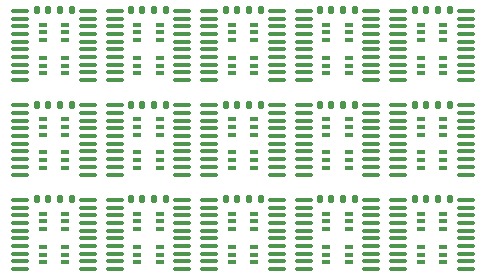
<source format=gbr>
%TF.GenerationSoftware,KiCad,Pcbnew,6.99.0-76368af7*%
%TF.CreationDate,2022-01-11T12:03:39+01:00*%
%TF.ProjectId,hc245t_bypass_esd-panel,68633234-3574-45f6-9279-706173735f65,rev?*%
%TF.SameCoordinates,Original*%
%TF.FileFunction,Soldermask,Top*%
%TF.FilePolarity,Negative*%
%FSLAX46Y46*%
G04 Gerber Fmt 4.6, Leading zero omitted, Abs format (unit mm)*
G04 Created by KiCad (PCBNEW 6.99.0-76368af7) date 2022-01-11 12:03:39*
%MOMM*%
%LPD*%
G01*
G04 APERTURE LIST*
G04 Aperture macros list*
%AMRoundRect*
0 Rectangle with rounded corners*
0 $1 Rounding radius*
0 $2 $3 $4 $5 $6 $7 $8 $9 X,Y pos of 4 corners*
0 Add a 4 corners polygon primitive as box body*
4,1,4,$2,$3,$4,$5,$6,$7,$8,$9,$2,$3,0*
0 Add four circle primitives for the rounded corners*
1,1,$1+$1,$2,$3*
1,1,$1+$1,$4,$5*
1,1,$1+$1,$6,$7*
1,1,$1+$1,$8,$9*
0 Add four rect primitives between the rounded corners*
20,1,$1+$1,$2,$3,$4,$5,0*
20,1,$1+$1,$4,$5,$6,$7,0*
20,1,$1+$1,$6,$7,$8,$9,0*
20,1,$1+$1,$8,$9,$2,$3,0*%
G04 Aperture macros list end*
%ADD10RoundRect,0.140000X0.140000X0.170000X-0.140000X0.170000X-0.140000X-0.170000X0.140000X-0.170000X0*%
%ADD11RoundRect,0.135000X-0.135000X-0.185000X0.135000X-0.185000X0.135000X0.185000X-0.135000X0.185000X0*%
%ADD12RoundRect,0.100000X-0.637500X-0.100000X0.637500X-0.100000X0.637500X0.100000X-0.637500X0.100000X0*%
%ADD13R,0.650000X0.400000*%
G04 APERTURE END LIST*
D10*
%TO.C,C1*%
X138480000Y-104000000D03*
X137520000Y-104000000D03*
%TD*%
D11*
%TO.C,R1*%
X163490000Y-120000000D03*
X164510000Y-120000000D03*
%TD*%
D12*
%TO.C,J1*%
X136137500Y-112075000D03*
X136137500Y-112725000D03*
X136137500Y-113375000D03*
X136137500Y-114025000D03*
X136137500Y-114675000D03*
X136137500Y-115325000D03*
X136137500Y-115975000D03*
X136137500Y-116625000D03*
X136137500Y-117275000D03*
X136137500Y-117925000D03*
X141862500Y-117925000D03*
X141862500Y-117275000D03*
X141862500Y-116625000D03*
X141862500Y-115975000D03*
X141862500Y-115325000D03*
X141862500Y-114675000D03*
X141862500Y-114025000D03*
X141862500Y-113375000D03*
X141862500Y-112725000D03*
X141862500Y-112075000D03*
%TD*%
%TO.C,J1*%
X152137500Y-120075000D03*
X152137500Y-120725000D03*
X152137500Y-121375000D03*
X152137500Y-122025000D03*
X152137500Y-122675000D03*
X152137500Y-123325000D03*
X152137500Y-123975000D03*
X152137500Y-124625000D03*
X152137500Y-125275000D03*
X152137500Y-125925000D03*
X157862500Y-125925000D03*
X157862500Y-125275000D03*
X157862500Y-124625000D03*
X157862500Y-123975000D03*
X157862500Y-123325000D03*
X157862500Y-122675000D03*
X157862500Y-122025000D03*
X157862500Y-121375000D03*
X157862500Y-120725000D03*
X157862500Y-120075000D03*
%TD*%
D13*
%TO.C,U1*%
X162050000Y-121250000D03*
X162050000Y-121900000D03*
X162050000Y-122550000D03*
X163950000Y-122550000D03*
X163950000Y-121900000D03*
X163950000Y-121250000D03*
%TD*%
%TO.C,U2*%
X130050000Y-124050000D03*
X130050000Y-124700000D03*
X130050000Y-125350000D03*
X131950000Y-125350000D03*
X131950000Y-124700000D03*
X131950000Y-124050000D03*
%TD*%
D10*
%TO.C,C1*%
X138480000Y-120000000D03*
X137520000Y-120000000D03*
%TD*%
D13*
%TO.C,U1*%
X154050000Y-113250000D03*
X154050000Y-113900000D03*
X154050000Y-114550000D03*
X155950000Y-114550000D03*
X155950000Y-113900000D03*
X155950000Y-113250000D03*
%TD*%
D11*
%TO.C,R1*%
X163490000Y-112000000D03*
X164510000Y-112000000D03*
%TD*%
D10*
%TO.C,C1*%
X138480000Y-112000000D03*
X137520000Y-112000000D03*
%TD*%
D13*
%TO.C,U2*%
X146050000Y-116050000D03*
X146050000Y-116700000D03*
X146050000Y-117350000D03*
X147950000Y-117350000D03*
X147950000Y-116700000D03*
X147950000Y-116050000D03*
%TD*%
D12*
%TO.C,J1*%
X128137500Y-104075000D03*
X128137500Y-104725000D03*
X128137500Y-105375000D03*
X128137500Y-106025000D03*
X128137500Y-106675000D03*
X128137500Y-107325000D03*
X128137500Y-107975000D03*
X128137500Y-108625000D03*
X128137500Y-109275000D03*
X128137500Y-109925000D03*
X133862500Y-109925000D03*
X133862500Y-109275000D03*
X133862500Y-108625000D03*
X133862500Y-107975000D03*
X133862500Y-107325000D03*
X133862500Y-106675000D03*
X133862500Y-106025000D03*
X133862500Y-105375000D03*
X133862500Y-104725000D03*
X133862500Y-104075000D03*
%TD*%
%TO.C,J1*%
X152137500Y-112075000D03*
X152137500Y-112725000D03*
X152137500Y-113375000D03*
X152137500Y-114025000D03*
X152137500Y-114675000D03*
X152137500Y-115325000D03*
X152137500Y-115975000D03*
X152137500Y-116625000D03*
X152137500Y-117275000D03*
X152137500Y-117925000D03*
X157862500Y-117925000D03*
X157862500Y-117275000D03*
X157862500Y-116625000D03*
X157862500Y-115975000D03*
X157862500Y-115325000D03*
X157862500Y-114675000D03*
X157862500Y-114025000D03*
X157862500Y-113375000D03*
X157862500Y-112725000D03*
X157862500Y-112075000D03*
%TD*%
D13*
%TO.C,U1*%
X154050000Y-105250000D03*
X154050000Y-105900000D03*
X154050000Y-106550000D03*
X155950000Y-106550000D03*
X155950000Y-105900000D03*
X155950000Y-105250000D03*
%TD*%
%TO.C,U1*%
X130050000Y-113250000D03*
X130050000Y-113900000D03*
X130050000Y-114550000D03*
X131950000Y-114550000D03*
X131950000Y-113900000D03*
X131950000Y-113250000D03*
%TD*%
D11*
%TO.C,R1*%
X147490000Y-120000000D03*
X148510000Y-120000000D03*
%TD*%
%TO.C,R1*%
X163490000Y-104000000D03*
X164510000Y-104000000D03*
%TD*%
D10*
%TO.C,C1*%
X162480000Y-120000000D03*
X161520000Y-120000000D03*
%TD*%
D13*
%TO.C,U1*%
X154050000Y-121250000D03*
X154050000Y-121900000D03*
X154050000Y-122550000D03*
X155950000Y-122550000D03*
X155950000Y-121900000D03*
X155950000Y-121250000D03*
%TD*%
D12*
%TO.C,J1*%
X152137500Y-104075000D03*
X152137500Y-104725000D03*
X152137500Y-105375000D03*
X152137500Y-106025000D03*
X152137500Y-106675000D03*
X152137500Y-107325000D03*
X152137500Y-107975000D03*
X152137500Y-108625000D03*
X152137500Y-109275000D03*
X152137500Y-109925000D03*
X157862500Y-109925000D03*
X157862500Y-109275000D03*
X157862500Y-108625000D03*
X157862500Y-107975000D03*
X157862500Y-107325000D03*
X157862500Y-106675000D03*
X157862500Y-106025000D03*
X157862500Y-105375000D03*
X157862500Y-104725000D03*
X157862500Y-104075000D03*
%TD*%
D13*
%TO.C,U2*%
X138050000Y-116050000D03*
X138050000Y-116700000D03*
X138050000Y-117350000D03*
X139950000Y-117350000D03*
X139950000Y-116700000D03*
X139950000Y-116050000D03*
%TD*%
D11*
%TO.C,R1*%
X139490000Y-112000000D03*
X140510000Y-112000000D03*
%TD*%
D13*
%TO.C,U1*%
X146050000Y-113250000D03*
X146050000Y-113900000D03*
X146050000Y-114550000D03*
X147950000Y-114550000D03*
X147950000Y-113900000D03*
X147950000Y-113250000D03*
%TD*%
D11*
%TO.C,R1*%
X131490000Y-120000000D03*
X132510000Y-120000000D03*
%TD*%
D13*
%TO.C,U1*%
X138050000Y-113250000D03*
X138050000Y-113900000D03*
X138050000Y-114550000D03*
X139950000Y-114550000D03*
X139950000Y-113900000D03*
X139950000Y-113250000D03*
%TD*%
%TO.C,U2*%
X154050000Y-116050000D03*
X154050000Y-116700000D03*
X154050000Y-117350000D03*
X155950000Y-117350000D03*
X155950000Y-116700000D03*
X155950000Y-116050000D03*
%TD*%
D10*
%TO.C,C1*%
X146480000Y-120000000D03*
X145520000Y-120000000D03*
%TD*%
D11*
%TO.C,R1*%
X147490000Y-112000000D03*
X148510000Y-112000000D03*
%TD*%
D10*
%TO.C,C1*%
X146480000Y-112000000D03*
X145520000Y-112000000D03*
%TD*%
%TO.C,C1*%
X154480000Y-112000000D03*
X153520000Y-112000000D03*
%TD*%
D13*
%TO.C,U2*%
X154050000Y-108050000D03*
X154050000Y-108700000D03*
X154050000Y-109350000D03*
X155950000Y-109350000D03*
X155950000Y-108700000D03*
X155950000Y-108050000D03*
%TD*%
D10*
%TO.C,C1*%
X130480000Y-112000000D03*
X129520000Y-112000000D03*
%TD*%
%TO.C,C1*%
X130480000Y-104000000D03*
X129520000Y-104000000D03*
%TD*%
D13*
%TO.C,U1*%
X162050000Y-113250000D03*
X162050000Y-113900000D03*
X162050000Y-114550000D03*
X163950000Y-114550000D03*
X163950000Y-113900000D03*
X163950000Y-113250000D03*
%TD*%
D12*
%TO.C,J1*%
X160137500Y-104075000D03*
X160137500Y-104725000D03*
X160137500Y-105375000D03*
X160137500Y-106025000D03*
X160137500Y-106675000D03*
X160137500Y-107325000D03*
X160137500Y-107975000D03*
X160137500Y-108625000D03*
X160137500Y-109275000D03*
X160137500Y-109925000D03*
X165862500Y-109925000D03*
X165862500Y-109275000D03*
X165862500Y-108625000D03*
X165862500Y-107975000D03*
X165862500Y-107325000D03*
X165862500Y-106675000D03*
X165862500Y-106025000D03*
X165862500Y-105375000D03*
X165862500Y-104725000D03*
X165862500Y-104075000D03*
%TD*%
D10*
%TO.C,C1*%
X146480000Y-104000000D03*
X145520000Y-104000000D03*
%TD*%
D13*
%TO.C,U1*%
X130050000Y-105250000D03*
X130050000Y-105900000D03*
X130050000Y-106550000D03*
X131950000Y-106550000D03*
X131950000Y-105900000D03*
X131950000Y-105250000D03*
%TD*%
D12*
%TO.C,J1*%
X144137500Y-120075000D03*
X144137500Y-120725000D03*
X144137500Y-121375000D03*
X144137500Y-122025000D03*
X144137500Y-122675000D03*
X144137500Y-123325000D03*
X144137500Y-123975000D03*
X144137500Y-124625000D03*
X144137500Y-125275000D03*
X144137500Y-125925000D03*
X149862500Y-125925000D03*
X149862500Y-125275000D03*
X149862500Y-124625000D03*
X149862500Y-123975000D03*
X149862500Y-123325000D03*
X149862500Y-122675000D03*
X149862500Y-122025000D03*
X149862500Y-121375000D03*
X149862500Y-120725000D03*
X149862500Y-120075000D03*
%TD*%
D13*
%TO.C,U1*%
X146050000Y-105250000D03*
X146050000Y-105900000D03*
X146050000Y-106550000D03*
X147950000Y-106550000D03*
X147950000Y-105900000D03*
X147950000Y-105250000D03*
%TD*%
D11*
%TO.C,R1*%
X155490000Y-104000000D03*
X156510000Y-104000000D03*
%TD*%
D13*
%TO.C,U2*%
X146050000Y-124050000D03*
X146050000Y-124700000D03*
X146050000Y-125350000D03*
X147950000Y-125350000D03*
X147950000Y-124700000D03*
X147950000Y-124050000D03*
%TD*%
%TO.C,U1*%
X130050000Y-121250000D03*
X130050000Y-121900000D03*
X130050000Y-122550000D03*
X131950000Y-122550000D03*
X131950000Y-121900000D03*
X131950000Y-121250000D03*
%TD*%
D10*
%TO.C,C1*%
X154480000Y-104000000D03*
X153520000Y-104000000D03*
%TD*%
D13*
%TO.C,U2*%
X146050000Y-108050000D03*
X146050000Y-108700000D03*
X146050000Y-109350000D03*
X147950000Y-109350000D03*
X147950000Y-108700000D03*
X147950000Y-108050000D03*
%TD*%
D12*
%TO.C,J1*%
X144137500Y-112075000D03*
X144137500Y-112725000D03*
X144137500Y-113375000D03*
X144137500Y-114025000D03*
X144137500Y-114675000D03*
X144137500Y-115325000D03*
X144137500Y-115975000D03*
X144137500Y-116625000D03*
X144137500Y-117275000D03*
X144137500Y-117925000D03*
X149862500Y-117925000D03*
X149862500Y-117275000D03*
X149862500Y-116625000D03*
X149862500Y-115975000D03*
X149862500Y-115325000D03*
X149862500Y-114675000D03*
X149862500Y-114025000D03*
X149862500Y-113375000D03*
X149862500Y-112725000D03*
X149862500Y-112075000D03*
%TD*%
D10*
%TO.C,C1*%
X154480000Y-120000000D03*
X153520000Y-120000000D03*
%TD*%
D12*
%TO.C,J1*%
X128137500Y-112075000D03*
X128137500Y-112725000D03*
X128137500Y-113375000D03*
X128137500Y-114025000D03*
X128137500Y-114675000D03*
X128137500Y-115325000D03*
X128137500Y-115975000D03*
X128137500Y-116625000D03*
X128137500Y-117275000D03*
X128137500Y-117925000D03*
X133862500Y-117925000D03*
X133862500Y-117275000D03*
X133862500Y-116625000D03*
X133862500Y-115975000D03*
X133862500Y-115325000D03*
X133862500Y-114675000D03*
X133862500Y-114025000D03*
X133862500Y-113375000D03*
X133862500Y-112725000D03*
X133862500Y-112075000D03*
%TD*%
%TO.C,J1*%
X160137500Y-112075000D03*
X160137500Y-112725000D03*
X160137500Y-113375000D03*
X160137500Y-114025000D03*
X160137500Y-114675000D03*
X160137500Y-115325000D03*
X160137500Y-115975000D03*
X160137500Y-116625000D03*
X160137500Y-117275000D03*
X160137500Y-117925000D03*
X165862500Y-117925000D03*
X165862500Y-117275000D03*
X165862500Y-116625000D03*
X165862500Y-115975000D03*
X165862500Y-115325000D03*
X165862500Y-114675000D03*
X165862500Y-114025000D03*
X165862500Y-113375000D03*
X165862500Y-112725000D03*
X165862500Y-112075000D03*
%TD*%
%TO.C,J1*%
X144137500Y-104075000D03*
X144137500Y-104725000D03*
X144137500Y-105375000D03*
X144137500Y-106025000D03*
X144137500Y-106675000D03*
X144137500Y-107325000D03*
X144137500Y-107975000D03*
X144137500Y-108625000D03*
X144137500Y-109275000D03*
X144137500Y-109925000D03*
X149862500Y-109925000D03*
X149862500Y-109275000D03*
X149862500Y-108625000D03*
X149862500Y-107975000D03*
X149862500Y-107325000D03*
X149862500Y-106675000D03*
X149862500Y-106025000D03*
X149862500Y-105375000D03*
X149862500Y-104725000D03*
X149862500Y-104075000D03*
%TD*%
D13*
%TO.C,U2*%
X138050000Y-108050000D03*
X138050000Y-108700000D03*
X138050000Y-109350000D03*
X139950000Y-109350000D03*
X139950000Y-108700000D03*
X139950000Y-108050000D03*
%TD*%
D11*
%TO.C,R1*%
X139490000Y-104000000D03*
X140510000Y-104000000D03*
%TD*%
D13*
%TO.C,U1*%
X146050000Y-121250000D03*
X146050000Y-121900000D03*
X146050000Y-122550000D03*
X147950000Y-122550000D03*
X147950000Y-121900000D03*
X147950000Y-121250000D03*
%TD*%
D11*
%TO.C,R1*%
X147490000Y-104000000D03*
X148510000Y-104000000D03*
%TD*%
D13*
%TO.C,U2*%
X154050000Y-124050000D03*
X154050000Y-124700000D03*
X154050000Y-125350000D03*
X155950000Y-125350000D03*
X155950000Y-124700000D03*
X155950000Y-124050000D03*
%TD*%
%TO.C,U1*%
X138050000Y-105250000D03*
X138050000Y-105900000D03*
X138050000Y-106550000D03*
X139950000Y-106550000D03*
X139950000Y-105900000D03*
X139950000Y-105250000D03*
%TD*%
D12*
%TO.C,J1*%
X136137500Y-104075000D03*
X136137500Y-104725000D03*
X136137500Y-105375000D03*
X136137500Y-106025000D03*
X136137500Y-106675000D03*
X136137500Y-107325000D03*
X136137500Y-107975000D03*
X136137500Y-108625000D03*
X136137500Y-109275000D03*
X136137500Y-109925000D03*
X141862500Y-109925000D03*
X141862500Y-109275000D03*
X141862500Y-108625000D03*
X141862500Y-107975000D03*
X141862500Y-107325000D03*
X141862500Y-106675000D03*
X141862500Y-106025000D03*
X141862500Y-105375000D03*
X141862500Y-104725000D03*
X141862500Y-104075000D03*
%TD*%
D11*
%TO.C,R1*%
X139490000Y-120000000D03*
X140510000Y-120000000D03*
%TD*%
D12*
%TO.C,J1*%
X128137500Y-120075000D03*
X128137500Y-120725000D03*
X128137500Y-121375000D03*
X128137500Y-122025000D03*
X128137500Y-122675000D03*
X128137500Y-123325000D03*
X128137500Y-123975000D03*
X128137500Y-124625000D03*
X128137500Y-125275000D03*
X128137500Y-125925000D03*
X133862500Y-125925000D03*
X133862500Y-125275000D03*
X133862500Y-124625000D03*
X133862500Y-123975000D03*
X133862500Y-123325000D03*
X133862500Y-122675000D03*
X133862500Y-122025000D03*
X133862500Y-121375000D03*
X133862500Y-120725000D03*
X133862500Y-120075000D03*
%TD*%
D13*
%TO.C,U1*%
X162050000Y-105250000D03*
X162050000Y-105900000D03*
X162050000Y-106550000D03*
X163950000Y-106550000D03*
X163950000Y-105900000D03*
X163950000Y-105250000D03*
%TD*%
%TO.C,U2*%
X162050000Y-124050000D03*
X162050000Y-124700000D03*
X162050000Y-125350000D03*
X163950000Y-125350000D03*
X163950000Y-124700000D03*
X163950000Y-124050000D03*
%TD*%
%TO.C,U2*%
X130050000Y-108050000D03*
X130050000Y-108700000D03*
X130050000Y-109350000D03*
X131950000Y-109350000D03*
X131950000Y-108700000D03*
X131950000Y-108050000D03*
%TD*%
%TO.C,U2*%
X162050000Y-116050000D03*
X162050000Y-116700000D03*
X162050000Y-117350000D03*
X163950000Y-117350000D03*
X163950000Y-116700000D03*
X163950000Y-116050000D03*
%TD*%
D10*
%TO.C,C1*%
X130480000Y-120000000D03*
X129520000Y-120000000D03*
%TD*%
D11*
%TO.C,R1*%
X131490000Y-104000000D03*
X132510000Y-104000000D03*
%TD*%
%TO.C,R1*%
X155490000Y-120000000D03*
X156510000Y-120000000D03*
%TD*%
%TO.C,R1*%
X131490000Y-112000000D03*
X132510000Y-112000000D03*
%TD*%
D12*
%TO.C,J1*%
X136137500Y-120075000D03*
X136137500Y-120725000D03*
X136137500Y-121375000D03*
X136137500Y-122025000D03*
X136137500Y-122675000D03*
X136137500Y-123325000D03*
X136137500Y-123975000D03*
X136137500Y-124625000D03*
X136137500Y-125275000D03*
X136137500Y-125925000D03*
X141862500Y-125925000D03*
X141862500Y-125275000D03*
X141862500Y-124625000D03*
X141862500Y-123975000D03*
X141862500Y-123325000D03*
X141862500Y-122675000D03*
X141862500Y-122025000D03*
X141862500Y-121375000D03*
X141862500Y-120725000D03*
X141862500Y-120075000D03*
%TD*%
D10*
%TO.C,C1*%
X162480000Y-104000000D03*
X161520000Y-104000000D03*
%TD*%
%TO.C,C1*%
X162480000Y-112000000D03*
X161520000Y-112000000D03*
%TD*%
D11*
%TO.C,R1*%
X155490000Y-112000000D03*
X156510000Y-112000000D03*
%TD*%
D13*
%TO.C,U1*%
X138050000Y-121250000D03*
X138050000Y-121900000D03*
X138050000Y-122550000D03*
X139950000Y-122550000D03*
X139950000Y-121900000D03*
X139950000Y-121250000D03*
%TD*%
%TO.C,U2*%
X138050000Y-124050000D03*
X138050000Y-124700000D03*
X138050000Y-125350000D03*
X139950000Y-125350000D03*
X139950000Y-124700000D03*
X139950000Y-124050000D03*
%TD*%
%TO.C,U2*%
X162050000Y-108050000D03*
X162050000Y-108700000D03*
X162050000Y-109350000D03*
X163950000Y-109350000D03*
X163950000Y-108700000D03*
X163950000Y-108050000D03*
%TD*%
%TO.C,U2*%
X130050000Y-116050000D03*
X130050000Y-116700000D03*
X130050000Y-117350000D03*
X131950000Y-117350000D03*
X131950000Y-116700000D03*
X131950000Y-116050000D03*
%TD*%
D12*
%TO.C,J1*%
X160137500Y-120075000D03*
X160137500Y-120725000D03*
X160137500Y-121375000D03*
X160137500Y-122025000D03*
X160137500Y-122675000D03*
X160137500Y-123325000D03*
X160137500Y-123975000D03*
X160137500Y-124625000D03*
X160137500Y-125275000D03*
X160137500Y-125925000D03*
X165862500Y-125925000D03*
X165862500Y-125275000D03*
X165862500Y-124625000D03*
X165862500Y-123975000D03*
X165862500Y-123325000D03*
X165862500Y-122675000D03*
X165862500Y-122025000D03*
X165862500Y-121375000D03*
X165862500Y-120725000D03*
X165862500Y-120075000D03*
%TD*%
M02*

</source>
